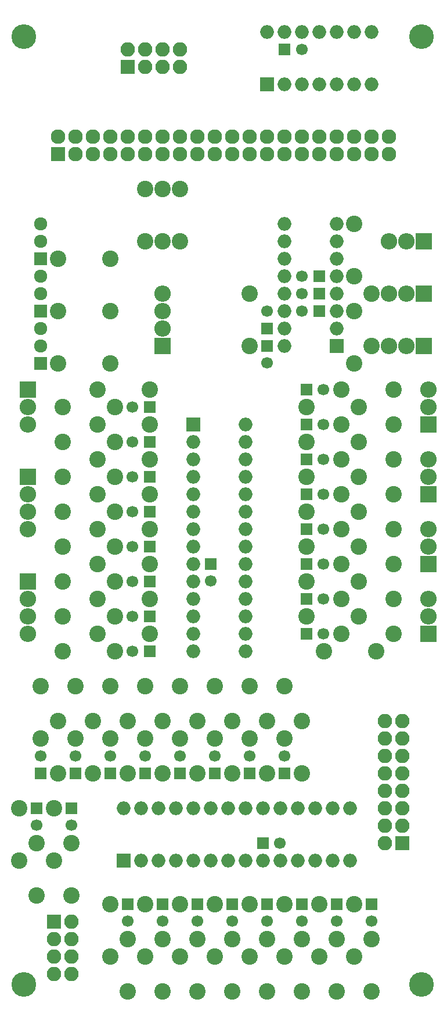
<source format=gbs>
G04 #@! TF.FileFunction,Soldermask,Bot*
%FSLAX46Y46*%
G04 Gerber Fmt 4.6, Leading zero omitted, Abs format (unit mm)*
G04 Created by KiCad (PCBNEW 4.0.5) date 01/10/17 22:43:54*
%MOMM*%
%LPD*%
G01*
G04 APERTURE LIST*
%ADD10C,0.100000*%
%ADD11R,2.000000X2.000000*%
%ADD12O,2.000000X2.000000*%
%ADD13R,1.700000X1.700000*%
%ADD14C,1.700000*%
%ADD15C,2.398980*%
%ADD16O,2.398980X2.398980*%
%ADD17R,2.398980X2.398980*%
%ADD18R,2.127200X2.127200*%
%ADD19O,2.127200X2.127200*%
%ADD20R,2.100000X2.100000*%
%ADD21O,2.100000X2.100000*%
%ADD22C,1.924000*%
%ADD23R,1.924000X1.924000*%
%ADD24C,3.600000*%
G04 APERTURE END LIST*
D10*
D11*
X43180000Y-74930000D03*
D12*
X50800000Y-107950000D03*
X43180000Y-77470000D03*
X50800000Y-105410000D03*
X43180000Y-80010000D03*
X50800000Y-102870000D03*
X43180000Y-82550000D03*
X50800000Y-100330000D03*
X43180000Y-85090000D03*
X50800000Y-97790000D03*
X43180000Y-87630000D03*
X50800000Y-95250000D03*
X43180000Y-90170000D03*
X50800000Y-92710000D03*
X43180000Y-92710000D03*
X50800000Y-90170000D03*
X43180000Y-95250000D03*
X50800000Y-87630000D03*
X43180000Y-97790000D03*
X50800000Y-85090000D03*
X43180000Y-100330000D03*
X50800000Y-82550000D03*
X43180000Y-102870000D03*
X50800000Y-80010000D03*
X43180000Y-105410000D03*
X50800000Y-77470000D03*
X43180000Y-107950000D03*
X50800000Y-74930000D03*
D13*
X59690000Y-69850000D03*
D14*
X62190000Y-69850000D03*
D15*
X59690000Y-72390000D03*
X67310000Y-72390000D03*
X61595000Y-144780000D03*
X61595000Y-152400000D03*
X38735000Y-125730000D03*
X38735000Y-118110000D03*
X36830000Y-80010000D03*
X29210000Y-80010000D03*
X59690000Y-102870000D03*
X67310000Y-102870000D03*
D16*
X77470000Y-80010000D03*
D17*
X77470000Y-85090000D03*
D16*
X77470000Y-82550000D03*
X71755000Y-55880000D03*
D17*
X76835000Y-55880000D03*
D16*
X74295000Y-55880000D03*
D13*
X53975000Y-60960000D03*
D14*
X53975000Y-58460000D03*
D13*
X53975000Y-63500000D03*
D14*
X53975000Y-66000000D03*
D13*
X61595000Y-58420000D03*
D14*
X59095000Y-58420000D03*
D13*
X61595000Y-55880000D03*
D14*
X59095000Y-55880000D03*
D13*
X61595000Y-53340000D03*
D14*
X59095000Y-53340000D03*
D13*
X56515000Y-20320000D03*
D14*
X59015000Y-20320000D03*
D13*
X53340000Y-135890000D03*
D14*
X55840000Y-135890000D03*
D13*
X20320000Y-130810000D03*
D14*
X20320000Y-133310000D03*
D13*
X25400000Y-130810000D03*
D14*
X25400000Y-133310000D03*
D13*
X33655000Y-144780000D03*
D14*
X33655000Y-147280000D03*
D13*
X38735000Y-144780000D03*
D14*
X38735000Y-147280000D03*
D13*
X43815000Y-144780000D03*
D14*
X43815000Y-147280000D03*
D13*
X48895000Y-144780000D03*
D14*
X48895000Y-147280000D03*
D13*
X53975000Y-144780000D03*
D14*
X53975000Y-147280000D03*
D13*
X59055000Y-144780000D03*
D14*
X59055000Y-147280000D03*
D13*
X64135000Y-144780000D03*
D14*
X64135000Y-147280000D03*
D13*
X69215000Y-144780000D03*
D14*
X69215000Y-147280000D03*
D13*
X56515000Y-125730000D03*
D14*
X56515000Y-123230000D03*
D13*
X51435000Y-125730000D03*
D14*
X51435000Y-123230000D03*
D13*
X46355000Y-125730000D03*
D14*
X46355000Y-123230000D03*
D13*
X41275000Y-125730000D03*
D14*
X41275000Y-123230000D03*
D13*
X36195000Y-125730000D03*
D14*
X36195000Y-123230000D03*
D13*
X31115000Y-125730000D03*
D14*
X31115000Y-123230000D03*
D13*
X26035000Y-125730000D03*
D14*
X26035000Y-123230000D03*
D13*
X20955000Y-125730000D03*
D14*
X20955000Y-123230000D03*
D13*
X45720000Y-95250000D03*
D14*
X45720000Y-97750000D03*
D13*
X36830000Y-72390000D03*
D14*
X34330000Y-72390000D03*
D13*
X36830000Y-77470000D03*
D14*
X34330000Y-77470000D03*
D13*
X36830000Y-82550000D03*
D14*
X34330000Y-82550000D03*
D13*
X36830000Y-87630000D03*
D14*
X34330000Y-87630000D03*
D13*
X36830000Y-92710000D03*
D14*
X34330000Y-92710000D03*
D13*
X36830000Y-97790000D03*
D14*
X34330000Y-97790000D03*
D13*
X36830000Y-102870000D03*
D14*
X34330000Y-102870000D03*
D13*
X36830000Y-107950000D03*
D14*
X34330000Y-107950000D03*
D13*
X59690000Y-105410000D03*
D14*
X62190000Y-105410000D03*
D13*
X59690000Y-100330000D03*
D14*
X62190000Y-100330000D03*
D13*
X59690000Y-95250000D03*
D14*
X62190000Y-95250000D03*
D13*
X59690000Y-90170000D03*
D14*
X62190000Y-90170000D03*
D13*
X59690000Y-85090000D03*
D14*
X62190000Y-85090000D03*
D13*
X59690000Y-80010000D03*
D14*
X62190000Y-80010000D03*
D13*
X59690000Y-74930000D03*
D14*
X62190000Y-74930000D03*
D18*
X23495000Y-35560000D03*
D19*
X23495000Y-33020000D03*
X26035000Y-35560000D03*
X26035000Y-33020000D03*
X28575000Y-35560000D03*
X28575000Y-33020000D03*
X31115000Y-35560000D03*
X31115000Y-33020000D03*
X33655000Y-35560000D03*
X33655000Y-33020000D03*
X36195000Y-35560000D03*
X36195000Y-33020000D03*
X38735000Y-35560000D03*
X38735000Y-33020000D03*
X41275000Y-35560000D03*
X41275000Y-33020000D03*
X43815000Y-35560000D03*
X43815000Y-33020000D03*
X46355000Y-35560000D03*
X46355000Y-33020000D03*
X48895000Y-35560000D03*
X48895000Y-33020000D03*
X51435000Y-35560000D03*
X51435000Y-33020000D03*
X53975000Y-35560000D03*
X53975000Y-33020000D03*
X56515000Y-35560000D03*
X56515000Y-33020000D03*
X59055000Y-35560000D03*
X59055000Y-33020000D03*
X61595000Y-35560000D03*
X61595000Y-33020000D03*
X64135000Y-35560000D03*
X64135000Y-33020000D03*
X66675000Y-35560000D03*
X66675000Y-33020000D03*
X69215000Y-35560000D03*
X69215000Y-33020000D03*
X71755000Y-35560000D03*
X71755000Y-33020000D03*
D20*
X73660000Y-135890000D03*
D21*
X71120000Y-135890000D03*
X73660000Y-133350000D03*
X71120000Y-133350000D03*
X73660000Y-130810000D03*
X71120000Y-130810000D03*
X73660000Y-128270000D03*
X71120000Y-128270000D03*
X73660000Y-125730000D03*
X71120000Y-125730000D03*
X73660000Y-123190000D03*
X71120000Y-123190000D03*
X73660000Y-120650000D03*
X71120000Y-120650000D03*
X73660000Y-118110000D03*
X71120000Y-118110000D03*
D20*
X22860000Y-147320000D03*
D21*
X25400000Y-147320000D03*
X22860000Y-149860000D03*
X25400000Y-149860000D03*
X22860000Y-152400000D03*
X25400000Y-152400000D03*
X22860000Y-154940000D03*
X25400000Y-154940000D03*
D20*
X33655000Y-22860000D03*
D21*
X33655000Y-20320000D03*
X36195000Y-22860000D03*
X36195000Y-20320000D03*
X38735000Y-22860000D03*
X38735000Y-20320000D03*
X41275000Y-22860000D03*
X41275000Y-20320000D03*
D16*
X38735000Y-55880000D03*
D17*
X38735000Y-63500000D03*
D16*
X38735000Y-60960000D03*
X38735000Y-58420000D03*
X71755000Y-63500000D03*
D17*
X76835000Y-63500000D03*
D16*
X74295000Y-63500000D03*
X71755000Y-48260000D03*
D17*
X76835000Y-48260000D03*
D16*
X74295000Y-48260000D03*
X19050000Y-90170000D03*
D17*
X19050000Y-82550000D03*
D16*
X19050000Y-85090000D03*
X19050000Y-87630000D03*
X19050000Y-105410000D03*
D17*
X19050000Y-97790000D03*
D16*
X19050000Y-100330000D03*
X19050000Y-102870000D03*
X77470000Y-100330000D03*
D17*
X77470000Y-105410000D03*
D16*
X77470000Y-102870000D03*
X77470000Y-90170000D03*
D17*
X77470000Y-95250000D03*
D16*
X77470000Y-92710000D03*
X77470000Y-69850000D03*
D17*
X77470000Y-74930000D03*
D16*
X77470000Y-72390000D03*
X19050000Y-74930000D03*
D17*
X19050000Y-69850000D03*
D16*
X19050000Y-72390000D03*
D22*
X20955000Y-48260000D03*
X20955000Y-45720000D03*
D23*
X20955000Y-50800000D03*
D22*
X20955000Y-55880000D03*
X20955000Y-53340000D03*
D23*
X20955000Y-58420000D03*
D22*
X20955000Y-63500000D03*
X20955000Y-60960000D03*
D23*
X20955000Y-66040000D03*
D15*
X51435000Y-63500000D03*
X51435000Y-55880000D03*
X66675000Y-58420000D03*
X66675000Y-66040000D03*
X69215000Y-55880000D03*
X69215000Y-63500000D03*
X66675000Y-53340000D03*
X66675000Y-45720000D03*
X31115000Y-50800000D03*
X23495000Y-50800000D03*
X31115000Y-58420000D03*
X23495000Y-58420000D03*
X31115000Y-66040000D03*
X23495000Y-66040000D03*
X20320000Y-135890000D03*
X20320000Y-143510000D03*
X25400000Y-135890000D03*
X25400000Y-143510000D03*
X33655000Y-149860000D03*
X33655000Y-157480000D03*
X38735000Y-149860000D03*
X38735000Y-157480000D03*
X43815000Y-149860000D03*
X43815000Y-157480000D03*
X48895000Y-149860000D03*
X48895000Y-157480000D03*
X53975000Y-149860000D03*
X53975000Y-157480000D03*
X59055000Y-149860000D03*
X59055000Y-157480000D03*
X64135000Y-149860000D03*
X64135000Y-157480000D03*
X69215000Y-149860000D03*
X69215000Y-157480000D03*
X56515000Y-120650000D03*
X56515000Y-113030000D03*
X51435000Y-120650000D03*
X51435000Y-113030000D03*
X46355000Y-120650000D03*
X46355000Y-113030000D03*
X41275000Y-120650000D03*
X41275000Y-113030000D03*
X36195000Y-120650000D03*
X36195000Y-113030000D03*
X31115000Y-120650000D03*
X31115000Y-113030000D03*
X26035000Y-120650000D03*
X26035000Y-113030000D03*
X20955000Y-120650000D03*
X20955000Y-113030000D03*
X17780000Y-130810000D03*
X17780000Y-138430000D03*
X22860000Y-130810000D03*
X22860000Y-138430000D03*
X31115000Y-144780000D03*
X31115000Y-152400000D03*
X36195000Y-144780000D03*
X36195000Y-152400000D03*
X41275000Y-144780000D03*
X41275000Y-152400000D03*
X46355000Y-144780000D03*
X46355000Y-152400000D03*
X51435000Y-144780000D03*
X51435000Y-152400000D03*
X56515000Y-144780000D03*
X56515000Y-152400000D03*
X66675000Y-144780000D03*
X66675000Y-152400000D03*
X59055000Y-125730000D03*
X59055000Y-118110000D03*
X53975000Y-125730000D03*
X53975000Y-118110000D03*
X48895000Y-125730000D03*
X48895000Y-118110000D03*
X43815000Y-125730000D03*
X43815000Y-118110000D03*
X33655000Y-125730000D03*
X33655000Y-118110000D03*
X28575000Y-125730000D03*
X28575000Y-118110000D03*
X23495000Y-125730000D03*
X23495000Y-118110000D03*
X31750000Y-72390000D03*
X24130000Y-72390000D03*
X31750000Y-77470000D03*
X24130000Y-77470000D03*
X31750000Y-82550000D03*
X24130000Y-82550000D03*
X31750000Y-87630000D03*
X24130000Y-87630000D03*
X31750000Y-92710000D03*
X24130000Y-92710000D03*
X31750000Y-97790000D03*
X24130000Y-97790000D03*
X31750000Y-102870000D03*
X24130000Y-102870000D03*
X31750000Y-107950000D03*
X24130000Y-107950000D03*
X64770000Y-105410000D03*
X72390000Y-105410000D03*
X64770000Y-100330000D03*
X72390000Y-100330000D03*
X64770000Y-95250000D03*
X72390000Y-95250000D03*
X64770000Y-90170000D03*
X72390000Y-90170000D03*
X64770000Y-85090000D03*
X72390000Y-85090000D03*
X64770000Y-80010000D03*
X72390000Y-80010000D03*
X64770000Y-74930000D03*
X72390000Y-74930000D03*
X64770000Y-69850000D03*
X72390000Y-69850000D03*
X36830000Y-69850000D03*
X29210000Y-69850000D03*
X36830000Y-74930000D03*
X29210000Y-74930000D03*
X36830000Y-85090000D03*
X29210000Y-85090000D03*
X36830000Y-90170000D03*
X29210000Y-90170000D03*
X36830000Y-95250000D03*
X29210000Y-95250000D03*
X36830000Y-100330000D03*
X29210000Y-100330000D03*
X36830000Y-105410000D03*
X29210000Y-105410000D03*
X62230000Y-107950000D03*
X69850000Y-107950000D03*
X59690000Y-97790000D03*
X67310000Y-97790000D03*
X59690000Y-92710000D03*
X67310000Y-92710000D03*
X59690000Y-87630000D03*
X67310000Y-87630000D03*
X59690000Y-82550000D03*
X67310000Y-82550000D03*
X59690000Y-77470000D03*
X67310000Y-77470000D03*
X36195000Y-48260000D03*
X36195000Y-40640000D03*
X38735000Y-48260000D03*
X38735000Y-40640000D03*
X41275000Y-48260000D03*
X41275000Y-40640000D03*
D11*
X64135000Y-63500000D03*
D12*
X56515000Y-45720000D03*
X64135000Y-60960000D03*
X56515000Y-48260000D03*
X64135000Y-58420000D03*
X56515000Y-50800000D03*
X64135000Y-55880000D03*
X56515000Y-53340000D03*
X64135000Y-53340000D03*
X56515000Y-55880000D03*
X64135000Y-50800000D03*
X56515000Y-58420000D03*
X64135000Y-48260000D03*
X56515000Y-60960000D03*
X64135000Y-45720000D03*
X56515000Y-63500000D03*
D11*
X53975000Y-25400000D03*
D12*
X69215000Y-17780000D03*
X56515000Y-25400000D03*
X66675000Y-17780000D03*
X59055000Y-25400000D03*
X64135000Y-17780000D03*
X61595000Y-25400000D03*
X61595000Y-17780000D03*
X64135000Y-25400000D03*
X59055000Y-17780000D03*
X66675000Y-25400000D03*
X56515000Y-17780000D03*
X69215000Y-25400000D03*
X53975000Y-17780000D03*
D11*
X33020000Y-138430000D03*
D12*
X66040000Y-130810000D03*
X35560000Y-138430000D03*
X63500000Y-130810000D03*
X38100000Y-138430000D03*
X60960000Y-130810000D03*
X40640000Y-138430000D03*
X58420000Y-130810000D03*
X43180000Y-138430000D03*
X55880000Y-130810000D03*
X45720000Y-138430000D03*
X53340000Y-130810000D03*
X48260000Y-138430000D03*
X50800000Y-130810000D03*
X50800000Y-138430000D03*
X48260000Y-130810000D03*
X53340000Y-138430000D03*
X45720000Y-130810000D03*
X55880000Y-138430000D03*
X43180000Y-130810000D03*
X58420000Y-138430000D03*
X40640000Y-130810000D03*
X60960000Y-138430000D03*
X38100000Y-130810000D03*
X63500000Y-138430000D03*
X35560000Y-130810000D03*
X66040000Y-138430000D03*
X33020000Y-130810000D03*
D24*
X18500000Y-18500000D03*
X76500000Y-18500000D03*
X18500000Y-156500000D03*
X76500000Y-156500000D03*
M02*

</source>
